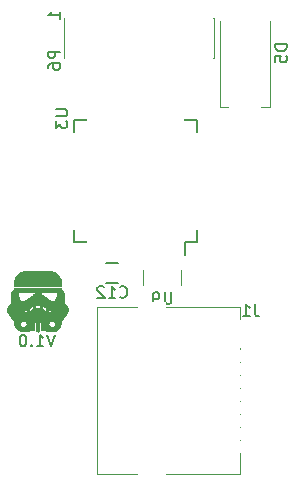
<source format=gbo>
G04 #@! TF.FileFunction,Legend,Bot*
%FSLAX46Y46*%
G04 Gerber Fmt 4.6, Leading zero omitted, Abs format (unit mm)*
G04 Created by KiCad (PCBNEW 4.0.4-stable) date 01/25/17 01:33:10*
%MOMM*%
%LPD*%
G01*
G04 APERTURE LIST*
%ADD10C,0.100000*%
%ADD11C,0.150000*%
%ADD12C,0.010000*%
%ADD13C,0.120000*%
%ADD14R,1.900000X1.650000*%
%ADD15R,1.140000X2.950000*%
%ADD16R,2.400000X1.100000*%
%ADD17R,2.400000X1.250000*%
%ADD18C,1.900000*%
%ADD19R,2.400000X1.600000*%
%ADD20R,0.700000X2.000000*%
%ADD21R,2.700000X3.900000*%
%ADD22R,0.650000X1.400000*%
%ADD23R,1.400000X0.650000*%
G04 APERTURE END LIST*
D10*
D11*
X113156809Y-69810381D02*
X112823476Y-70810381D01*
X112490142Y-69810381D01*
X111632999Y-70810381D02*
X112204428Y-70810381D01*
X111918714Y-70810381D02*
X111918714Y-69810381D01*
X112013952Y-69953238D01*
X112109190Y-70048476D01*
X112204428Y-70096095D01*
X111204428Y-70715143D02*
X111156809Y-70762762D01*
X111204428Y-70810381D01*
X111252047Y-70762762D01*
X111204428Y-70715143D01*
X111204428Y-70810381D01*
X110537762Y-69810381D02*
X110442523Y-69810381D01*
X110347285Y-69858000D01*
X110299666Y-69905619D01*
X110252047Y-70000857D01*
X110204428Y-70191333D01*
X110204428Y-70429429D01*
X110252047Y-70619905D01*
X110299666Y-70715143D01*
X110347285Y-70762762D01*
X110442523Y-70810381D01*
X110537762Y-70810381D01*
X110633000Y-70762762D01*
X110680619Y-70715143D01*
X110728238Y-70619905D01*
X110775857Y-70429429D01*
X110775857Y-70191333D01*
X110728238Y-70000857D01*
X110680619Y-69905619D01*
X110633000Y-69858000D01*
X110537762Y-69810381D01*
D12*
G36*
X109694980Y-65965041D02*
X109694981Y-66055182D01*
X109656880Y-66061436D01*
X109600436Y-66080242D01*
X109555238Y-66115620D01*
X109530290Y-66151361D01*
X109524927Y-66161722D01*
X109520447Y-66172180D01*
X109516757Y-66184589D01*
X109513767Y-66200799D01*
X109511384Y-66222664D01*
X109509515Y-66252033D01*
X109508070Y-66290760D01*
X109506955Y-66340697D01*
X109506078Y-66403694D01*
X109505349Y-66481605D01*
X109504674Y-66576280D01*
X109504022Y-66679728D01*
X109501023Y-67164517D01*
X109440161Y-67196956D01*
X109357834Y-67251717D01*
X109284719Y-67321861D01*
X109224075Y-67403450D01*
X109179163Y-67492542D01*
X109167040Y-67527086D01*
X109149207Y-67596112D01*
X109139901Y-67662743D01*
X109139795Y-67728668D01*
X109149561Y-67795579D01*
X109169871Y-67865165D01*
X109201399Y-67939117D01*
X109244817Y-68019125D01*
X109300797Y-68106878D01*
X109370011Y-68204069D01*
X109453134Y-68312385D01*
X109505670Y-68378115D01*
X109548770Y-68431967D01*
X109588237Y-68482318D01*
X109622002Y-68526444D01*
X109647997Y-68561624D01*
X109664152Y-68585134D01*
X109667804Y-68591475D01*
X109675114Y-68614649D01*
X109682865Y-68652306D01*
X109689992Y-68698665D01*
X109694215Y-68734940D01*
X109700472Y-68788357D01*
X109708264Y-68841568D01*
X109716400Y-68886912D01*
X109721080Y-68907660D01*
X109741112Y-68968362D01*
X109771022Y-69037727D01*
X109807358Y-69109079D01*
X109846674Y-69175740D01*
X109885519Y-69231032D01*
X109892631Y-69239784D01*
X109978703Y-69327235D01*
X110077587Y-69400783D01*
X110186964Y-69460087D01*
X110304515Y-69504805D01*
X110427919Y-69534596D01*
X110554857Y-69549119D01*
X110683009Y-69548033D01*
X110810056Y-69530995D01*
X110933677Y-69497665D01*
X111051554Y-69447701D01*
X111104680Y-69418152D01*
X111158020Y-69385966D01*
X111158077Y-69096013D01*
X111158466Y-69012877D01*
X111159545Y-68937630D01*
X111160324Y-68907660D01*
X110786829Y-68907660D01*
X110782495Y-68970224D01*
X110767867Y-69022289D01*
X110740500Y-69068344D01*
X110697953Y-69112878D01*
X110657074Y-69146124D01*
X110615929Y-69166773D01*
X110562856Y-69178482D01*
X110504373Y-69180837D01*
X110446997Y-69173422D01*
X110410169Y-69161858D01*
X110366757Y-69135955D01*
X110323345Y-69097023D01*
X110286110Y-69051391D01*
X110263881Y-69011948D01*
X110245666Y-68945040D01*
X110245831Y-68875871D01*
X110263443Y-68808501D01*
X110297567Y-68746988D01*
X110334098Y-68706537D01*
X110386273Y-68667407D01*
X110440373Y-68644955D01*
X110503316Y-68636538D01*
X110517940Y-68636306D01*
X110583551Y-68642172D01*
X110638900Y-68661531D01*
X110690906Y-68697027D01*
X110701783Y-68706537D01*
X110743135Y-68750106D01*
X110769405Y-68794931D01*
X110783122Y-68846992D01*
X110786829Y-68907660D01*
X111160324Y-68907660D01*
X111161230Y-68872836D01*
X111163440Y-68821059D01*
X111166092Y-68784862D01*
X111168628Y-68768275D01*
X111193473Y-68713887D01*
X111232842Y-68672339D01*
X111284102Y-68645577D01*
X111344624Y-68635544D01*
X111348130Y-68635517D01*
X111403238Y-68644233D01*
X111451815Y-68668473D01*
X111488987Y-68705372D01*
X111500603Y-68725149D01*
X111515696Y-68751626D01*
X111526275Y-68758291D01*
X111532338Y-68745144D01*
X111533940Y-68718695D01*
X111542931Y-68662215D01*
X111567628Y-68614403D01*
X111604620Y-68577077D01*
X111650496Y-68552053D01*
X111701844Y-68541149D01*
X111755254Y-68546179D01*
X111807313Y-68568962D01*
X111810802Y-68571258D01*
X111855368Y-68613125D01*
X111885023Y-68667056D01*
X111895744Y-68710776D01*
X111902322Y-68760364D01*
X111928074Y-68720648D01*
X111967829Y-68675802D01*
X112016329Y-68646926D01*
X112069786Y-68634646D01*
X112124415Y-68639590D01*
X112176428Y-68662386D01*
X112195324Y-68676366D01*
X112213995Y-68692958D01*
X112229002Y-68709569D01*
X112240746Y-68728550D01*
X112249627Y-68752251D01*
X112256047Y-68783021D01*
X112260407Y-68823211D01*
X112263106Y-68875170D01*
X112264547Y-68941248D01*
X112265130Y-69023795D01*
X112265237Y-69086188D01*
X112265460Y-69386636D01*
X112339120Y-69428196D01*
X112463616Y-69486904D01*
X112595141Y-69526837D01*
X112732400Y-69547753D01*
X112874095Y-69549414D01*
X112953804Y-69541987D01*
X113087436Y-69515315D01*
X113212773Y-69471671D01*
X113328232Y-69412074D01*
X113432233Y-69337545D01*
X113523195Y-69249105D01*
X113599537Y-69147775D01*
X113621716Y-69110860D01*
X113658508Y-69033850D01*
X113690489Y-68944083D01*
X113691365Y-68940777D01*
X113177798Y-68940777D01*
X113170637Y-68987466D01*
X113169728Y-68990475D01*
X113139151Y-69056009D01*
X113094539Y-69109240D01*
X113038948Y-69148853D01*
X112975434Y-69173535D01*
X112907053Y-69181973D01*
X112836862Y-69172852D01*
X112787302Y-69154855D01*
X112733884Y-69119357D01*
X112688466Y-69069263D01*
X112654310Y-69009736D01*
X112634675Y-68945940D01*
X112631220Y-68907660D01*
X112639527Y-68848643D01*
X112662228Y-68788161D01*
X112695995Y-68734688D01*
X112701911Y-68727679D01*
X112755387Y-68680867D01*
X112816402Y-68650607D01*
X112881678Y-68636470D01*
X112947940Y-68638030D01*
X113011913Y-68654859D01*
X113070319Y-68686531D01*
X113119884Y-68732617D01*
X113154541Y-68786721D01*
X113169064Y-68831201D01*
X113177045Y-68885621D01*
X113177798Y-68940777D01*
X113691365Y-68940777D01*
X113715767Y-68848721D01*
X113732452Y-68754924D01*
X113738656Y-68669854D01*
X113738661Y-68667760D01*
X113740190Y-68644937D01*
X113745744Y-68621920D01*
X113756769Y-68596379D01*
X113774711Y-68565984D01*
X113801017Y-68528405D01*
X113837133Y-68481312D01*
X113884507Y-68422375D01*
X113911418Y-68389500D01*
X114006286Y-68270762D01*
X114086063Y-68163522D01*
X114151451Y-68066486D01*
X114203149Y-67978360D01*
X114241858Y-67897851D01*
X114257067Y-67855143D01*
X112997664Y-67855143D01*
X112995792Y-67868052D01*
X112986415Y-67881988D01*
X112977900Y-67887623D01*
X112961307Y-67891689D01*
X112933895Y-67894406D01*
X112892926Y-67895994D01*
X112835659Y-67896672D01*
X112802696Y-67896740D01*
X112631220Y-67896740D01*
X112631220Y-67805300D01*
X112632003Y-67765138D01*
X112634098Y-67734131D01*
X112637130Y-67716761D01*
X112638840Y-67714587D01*
X112650500Y-67717897D01*
X112678194Y-67726641D01*
X112718695Y-67739773D01*
X112768779Y-67756250D01*
X112819180Y-67773007D01*
X112886265Y-67795912D01*
X112935753Y-67814339D01*
X112969547Y-67829527D01*
X112989550Y-67842715D01*
X112997664Y-67855143D01*
X114257067Y-67855143D01*
X114268277Y-67823667D01*
X114283107Y-67754515D01*
X114286311Y-67707496D01*
X112448340Y-67707496D01*
X112448340Y-67836052D01*
X112415320Y-67821718D01*
X112394958Y-67812451D01*
X112360284Y-67796219D01*
X112315277Y-67774904D01*
X112263919Y-67750386D01*
X112232440Y-67735272D01*
X112082580Y-67663161D01*
X112082580Y-67505630D01*
X112082978Y-67442646D01*
X112084297Y-67397684D01*
X112086723Y-67368462D01*
X112090445Y-67352696D01*
X112095493Y-67348100D01*
X112115320Y-67354070D01*
X112148367Y-67370783D01*
X112191867Y-67396444D01*
X112243049Y-67429257D01*
X112299144Y-67467428D01*
X112357384Y-67509159D01*
X112414999Y-67552656D01*
X112434119Y-67567660D01*
X112440430Y-67577882D01*
X112444696Y-67598680D01*
X112447209Y-67632929D01*
X112448262Y-67683507D01*
X112448340Y-67707496D01*
X114286311Y-67707496D01*
X114287124Y-67695579D01*
X114281194Y-67627464D01*
X114265354Y-67552255D01*
X114241844Y-67479147D01*
X114224708Y-67439540D01*
X114190878Y-67384364D01*
X114143633Y-67326376D01*
X114104803Y-67287527D01*
X111899700Y-67287527D01*
X111899700Y-67602340D01*
X111856520Y-67594600D01*
X111826646Y-67591112D01*
X111783927Y-67588441D01*
X111735835Y-67586999D01*
X111716820Y-67586860D01*
X111668670Y-67587695D01*
X111622912Y-67589926D01*
X111587018Y-67593137D01*
X111577120Y-67594600D01*
X111533940Y-67602340D01*
X111533940Y-67508120D01*
X111340406Y-67508120D01*
X111339912Y-67668140D01*
X111165146Y-67751934D01*
X111110241Y-67778077D01*
X111061601Y-67800892D01*
X111022191Y-67819016D01*
X110994977Y-67831087D01*
X110982924Y-67835740D01*
X110982760Y-67835754D01*
X110979869Y-67826247D01*
X110977844Y-67804212D01*
X110792260Y-67804212D01*
X110792260Y-67896740D01*
X110620785Y-67896740D01*
X110555003Y-67896409D01*
X110506793Y-67895272D01*
X110473416Y-67893108D01*
X110452130Y-67889697D01*
X110440197Y-67884819D01*
X110437065Y-67881987D01*
X110429839Y-67860912D01*
X110431389Y-67846544D01*
X110437804Y-67837381D01*
X110452912Y-67827431D01*
X110479189Y-67815639D01*
X110519110Y-67800946D01*
X110575153Y-67782297D01*
X110602408Y-67773566D01*
X110657567Y-67755986D01*
X110706390Y-67740344D01*
X110745397Y-67727762D01*
X110771109Y-67719360D01*
X110779560Y-67716483D01*
X110785871Y-67719323D01*
X110789838Y-67735304D01*
X110791834Y-67766992D01*
X110792260Y-67804212D01*
X110977844Y-67804212D01*
X110977482Y-67800275D01*
X110975830Y-67761689D01*
X110975147Y-67714342D01*
X110975140Y-67709217D01*
X110975140Y-67582655D01*
X111043720Y-67527947D01*
X111082281Y-67497895D01*
X111121492Y-67468487D01*
X111153804Y-67445367D01*
X111158020Y-67442500D01*
X111184558Y-67425903D01*
X111218723Y-67406210D01*
X111255650Y-67386010D01*
X111290472Y-67367891D01*
X111318323Y-67354440D01*
X111334339Y-67348245D01*
X111335531Y-67348100D01*
X111337328Y-67357688D01*
X111338806Y-67384168D01*
X111339861Y-67424112D01*
X111340388Y-67474094D01*
X111340406Y-67508120D01*
X111533940Y-67508120D01*
X111533940Y-67444421D01*
X111534154Y-67383956D01*
X111535015Y-67340748D01*
X111536852Y-67311738D01*
X111539994Y-67293864D01*
X111544771Y-67284067D01*
X111551513Y-67279287D01*
X111551720Y-67279201D01*
X111569617Y-67276131D01*
X111603082Y-67273927D01*
X111647382Y-67272582D01*
X111697786Y-67272086D01*
X111749560Y-67272433D01*
X111797971Y-67273616D01*
X111838287Y-67275626D01*
X111865775Y-67278456D01*
X111871760Y-67279713D01*
X111899700Y-67287527D01*
X114104803Y-67287527D01*
X114088180Y-67270896D01*
X114029724Y-67223243D01*
X113985161Y-67194802D01*
X113921782Y-67160140D01*
X113921604Y-66692780D01*
X113921289Y-66560560D01*
X113920453Y-66447798D01*
X113919099Y-66354648D01*
X113917232Y-66281264D01*
X113915426Y-66240660D01*
X113365849Y-66240660D01*
X113359383Y-66354960D01*
X113348390Y-66466409D01*
X113328875Y-66572162D01*
X113301767Y-66669956D01*
X113267992Y-66757531D01*
X113228477Y-66832625D01*
X113184149Y-66892977D01*
X113135937Y-66936325D01*
X113116111Y-66948222D01*
X113055985Y-66968427D01*
X112985226Y-66973283D01*
X112906503Y-66962804D01*
X112849660Y-66946883D01*
X112773500Y-66915629D01*
X112686056Y-66869808D01*
X112588923Y-66810569D01*
X112483696Y-66739062D01*
X112371971Y-66656437D01*
X112255343Y-66563845D01*
X112135407Y-66462435D01*
X112013758Y-66353356D01*
X111970820Y-66313344D01*
X111894620Y-66241622D01*
X112630235Y-66241141D01*
X113365849Y-66240660D01*
X111527323Y-66240660D01*
X111502692Y-66267438D01*
X111467868Y-66302773D01*
X111419870Y-66347856D01*
X111361699Y-66400139D01*
X111296357Y-66457073D01*
X111226847Y-66516111D01*
X111156170Y-66574704D01*
X111087329Y-66630302D01*
X111023326Y-66680359D01*
X110967162Y-66722325D01*
X110964980Y-66723901D01*
X110843125Y-66807201D01*
X110732002Y-66873545D01*
X110631296Y-66923028D01*
X110540694Y-66955750D01*
X110459880Y-66971808D01*
X110388539Y-66971299D01*
X110326358Y-66954321D01*
X110289471Y-66933646D01*
X110236511Y-66885332D01*
X110189137Y-66819189D01*
X110148073Y-66737119D01*
X110114042Y-66641024D01*
X110087769Y-66532804D01*
X110069977Y-66414361D01*
X110063761Y-66340631D01*
X110057671Y-66240660D01*
X111527323Y-66240660D01*
X113365849Y-66240660D01*
X113915426Y-66240660D01*
X113914854Y-66227801D01*
X113911969Y-66194414D01*
X113910200Y-66184780D01*
X113889590Y-66141693D01*
X113855743Y-66103192D01*
X113814551Y-66074783D01*
X113779922Y-66062964D01*
X113738660Y-66055993D01*
X113738660Y-65874900D01*
X109694980Y-65874900D01*
X109694980Y-65965041D01*
X109694980Y-65965041D01*
G37*
X109694980Y-65965041D02*
X109694981Y-66055182D01*
X109656880Y-66061436D01*
X109600436Y-66080242D01*
X109555238Y-66115620D01*
X109530290Y-66151361D01*
X109524927Y-66161722D01*
X109520447Y-66172180D01*
X109516757Y-66184589D01*
X109513767Y-66200799D01*
X109511384Y-66222664D01*
X109509515Y-66252033D01*
X109508070Y-66290760D01*
X109506955Y-66340697D01*
X109506078Y-66403694D01*
X109505349Y-66481605D01*
X109504674Y-66576280D01*
X109504022Y-66679728D01*
X109501023Y-67164517D01*
X109440161Y-67196956D01*
X109357834Y-67251717D01*
X109284719Y-67321861D01*
X109224075Y-67403450D01*
X109179163Y-67492542D01*
X109167040Y-67527086D01*
X109149207Y-67596112D01*
X109139901Y-67662743D01*
X109139795Y-67728668D01*
X109149561Y-67795579D01*
X109169871Y-67865165D01*
X109201399Y-67939117D01*
X109244817Y-68019125D01*
X109300797Y-68106878D01*
X109370011Y-68204069D01*
X109453134Y-68312385D01*
X109505670Y-68378115D01*
X109548770Y-68431967D01*
X109588237Y-68482318D01*
X109622002Y-68526444D01*
X109647997Y-68561624D01*
X109664152Y-68585134D01*
X109667804Y-68591475D01*
X109675114Y-68614649D01*
X109682865Y-68652306D01*
X109689992Y-68698665D01*
X109694215Y-68734940D01*
X109700472Y-68788357D01*
X109708264Y-68841568D01*
X109716400Y-68886912D01*
X109721080Y-68907660D01*
X109741112Y-68968362D01*
X109771022Y-69037727D01*
X109807358Y-69109079D01*
X109846674Y-69175740D01*
X109885519Y-69231032D01*
X109892631Y-69239784D01*
X109978703Y-69327235D01*
X110077587Y-69400783D01*
X110186964Y-69460087D01*
X110304515Y-69504805D01*
X110427919Y-69534596D01*
X110554857Y-69549119D01*
X110683009Y-69548033D01*
X110810056Y-69530995D01*
X110933677Y-69497665D01*
X111051554Y-69447701D01*
X111104680Y-69418152D01*
X111158020Y-69385966D01*
X111158077Y-69096013D01*
X111158466Y-69012877D01*
X111159545Y-68937630D01*
X111160324Y-68907660D01*
X110786829Y-68907660D01*
X110782495Y-68970224D01*
X110767867Y-69022289D01*
X110740500Y-69068344D01*
X110697953Y-69112878D01*
X110657074Y-69146124D01*
X110615929Y-69166773D01*
X110562856Y-69178482D01*
X110504373Y-69180837D01*
X110446997Y-69173422D01*
X110410169Y-69161858D01*
X110366757Y-69135955D01*
X110323345Y-69097023D01*
X110286110Y-69051391D01*
X110263881Y-69011948D01*
X110245666Y-68945040D01*
X110245831Y-68875871D01*
X110263443Y-68808501D01*
X110297567Y-68746988D01*
X110334098Y-68706537D01*
X110386273Y-68667407D01*
X110440373Y-68644955D01*
X110503316Y-68636538D01*
X110517940Y-68636306D01*
X110583551Y-68642172D01*
X110638900Y-68661531D01*
X110690906Y-68697027D01*
X110701783Y-68706537D01*
X110743135Y-68750106D01*
X110769405Y-68794931D01*
X110783122Y-68846992D01*
X110786829Y-68907660D01*
X111160324Y-68907660D01*
X111161230Y-68872836D01*
X111163440Y-68821059D01*
X111166092Y-68784862D01*
X111168628Y-68768275D01*
X111193473Y-68713887D01*
X111232842Y-68672339D01*
X111284102Y-68645577D01*
X111344624Y-68635544D01*
X111348130Y-68635517D01*
X111403238Y-68644233D01*
X111451815Y-68668473D01*
X111488987Y-68705372D01*
X111500603Y-68725149D01*
X111515696Y-68751626D01*
X111526275Y-68758291D01*
X111532338Y-68745144D01*
X111533940Y-68718695D01*
X111542931Y-68662215D01*
X111567628Y-68614403D01*
X111604620Y-68577077D01*
X111650496Y-68552053D01*
X111701844Y-68541149D01*
X111755254Y-68546179D01*
X111807313Y-68568962D01*
X111810802Y-68571258D01*
X111855368Y-68613125D01*
X111885023Y-68667056D01*
X111895744Y-68710776D01*
X111902322Y-68760364D01*
X111928074Y-68720648D01*
X111967829Y-68675802D01*
X112016329Y-68646926D01*
X112069786Y-68634646D01*
X112124415Y-68639590D01*
X112176428Y-68662386D01*
X112195324Y-68676366D01*
X112213995Y-68692958D01*
X112229002Y-68709569D01*
X112240746Y-68728550D01*
X112249627Y-68752251D01*
X112256047Y-68783021D01*
X112260407Y-68823211D01*
X112263106Y-68875170D01*
X112264547Y-68941248D01*
X112265130Y-69023795D01*
X112265237Y-69086188D01*
X112265460Y-69386636D01*
X112339120Y-69428196D01*
X112463616Y-69486904D01*
X112595141Y-69526837D01*
X112732400Y-69547753D01*
X112874095Y-69549414D01*
X112953804Y-69541987D01*
X113087436Y-69515315D01*
X113212773Y-69471671D01*
X113328232Y-69412074D01*
X113432233Y-69337545D01*
X113523195Y-69249105D01*
X113599537Y-69147775D01*
X113621716Y-69110860D01*
X113658508Y-69033850D01*
X113690489Y-68944083D01*
X113691365Y-68940777D01*
X113177798Y-68940777D01*
X113170637Y-68987466D01*
X113169728Y-68990475D01*
X113139151Y-69056009D01*
X113094539Y-69109240D01*
X113038948Y-69148853D01*
X112975434Y-69173535D01*
X112907053Y-69181973D01*
X112836862Y-69172852D01*
X112787302Y-69154855D01*
X112733884Y-69119357D01*
X112688466Y-69069263D01*
X112654310Y-69009736D01*
X112634675Y-68945940D01*
X112631220Y-68907660D01*
X112639527Y-68848643D01*
X112662228Y-68788161D01*
X112695995Y-68734688D01*
X112701911Y-68727679D01*
X112755387Y-68680867D01*
X112816402Y-68650607D01*
X112881678Y-68636470D01*
X112947940Y-68638030D01*
X113011913Y-68654859D01*
X113070319Y-68686531D01*
X113119884Y-68732617D01*
X113154541Y-68786721D01*
X113169064Y-68831201D01*
X113177045Y-68885621D01*
X113177798Y-68940777D01*
X113691365Y-68940777D01*
X113715767Y-68848721D01*
X113732452Y-68754924D01*
X113738656Y-68669854D01*
X113738661Y-68667760D01*
X113740190Y-68644937D01*
X113745744Y-68621920D01*
X113756769Y-68596379D01*
X113774711Y-68565984D01*
X113801017Y-68528405D01*
X113837133Y-68481312D01*
X113884507Y-68422375D01*
X113911418Y-68389500D01*
X114006286Y-68270762D01*
X114086063Y-68163522D01*
X114151451Y-68066486D01*
X114203149Y-67978360D01*
X114241858Y-67897851D01*
X114257067Y-67855143D01*
X112997664Y-67855143D01*
X112995792Y-67868052D01*
X112986415Y-67881988D01*
X112977900Y-67887623D01*
X112961307Y-67891689D01*
X112933895Y-67894406D01*
X112892926Y-67895994D01*
X112835659Y-67896672D01*
X112802696Y-67896740D01*
X112631220Y-67896740D01*
X112631220Y-67805300D01*
X112632003Y-67765138D01*
X112634098Y-67734131D01*
X112637130Y-67716761D01*
X112638840Y-67714587D01*
X112650500Y-67717897D01*
X112678194Y-67726641D01*
X112718695Y-67739773D01*
X112768779Y-67756250D01*
X112819180Y-67773007D01*
X112886265Y-67795912D01*
X112935753Y-67814339D01*
X112969547Y-67829527D01*
X112989550Y-67842715D01*
X112997664Y-67855143D01*
X114257067Y-67855143D01*
X114268277Y-67823667D01*
X114283107Y-67754515D01*
X114286311Y-67707496D01*
X112448340Y-67707496D01*
X112448340Y-67836052D01*
X112415320Y-67821718D01*
X112394958Y-67812451D01*
X112360284Y-67796219D01*
X112315277Y-67774904D01*
X112263919Y-67750386D01*
X112232440Y-67735272D01*
X112082580Y-67663161D01*
X112082580Y-67505630D01*
X112082978Y-67442646D01*
X112084297Y-67397684D01*
X112086723Y-67368462D01*
X112090445Y-67352696D01*
X112095493Y-67348100D01*
X112115320Y-67354070D01*
X112148367Y-67370783D01*
X112191867Y-67396444D01*
X112243049Y-67429257D01*
X112299144Y-67467428D01*
X112357384Y-67509159D01*
X112414999Y-67552656D01*
X112434119Y-67567660D01*
X112440430Y-67577882D01*
X112444696Y-67598680D01*
X112447209Y-67632929D01*
X112448262Y-67683507D01*
X112448340Y-67707496D01*
X114286311Y-67707496D01*
X114287124Y-67695579D01*
X114281194Y-67627464D01*
X114265354Y-67552255D01*
X114241844Y-67479147D01*
X114224708Y-67439540D01*
X114190878Y-67384364D01*
X114143633Y-67326376D01*
X114104803Y-67287527D01*
X111899700Y-67287527D01*
X111899700Y-67602340D01*
X111856520Y-67594600D01*
X111826646Y-67591112D01*
X111783927Y-67588441D01*
X111735835Y-67586999D01*
X111716820Y-67586860D01*
X111668670Y-67587695D01*
X111622912Y-67589926D01*
X111587018Y-67593137D01*
X111577120Y-67594600D01*
X111533940Y-67602340D01*
X111533940Y-67508120D01*
X111340406Y-67508120D01*
X111339912Y-67668140D01*
X111165146Y-67751934D01*
X111110241Y-67778077D01*
X111061601Y-67800892D01*
X111022191Y-67819016D01*
X110994977Y-67831087D01*
X110982924Y-67835740D01*
X110982760Y-67835754D01*
X110979869Y-67826247D01*
X110977844Y-67804212D01*
X110792260Y-67804212D01*
X110792260Y-67896740D01*
X110620785Y-67896740D01*
X110555003Y-67896409D01*
X110506793Y-67895272D01*
X110473416Y-67893108D01*
X110452130Y-67889697D01*
X110440197Y-67884819D01*
X110437065Y-67881987D01*
X110429839Y-67860912D01*
X110431389Y-67846544D01*
X110437804Y-67837381D01*
X110452912Y-67827431D01*
X110479189Y-67815639D01*
X110519110Y-67800946D01*
X110575153Y-67782297D01*
X110602408Y-67773566D01*
X110657567Y-67755986D01*
X110706390Y-67740344D01*
X110745397Y-67727762D01*
X110771109Y-67719360D01*
X110779560Y-67716483D01*
X110785871Y-67719323D01*
X110789838Y-67735304D01*
X110791834Y-67766992D01*
X110792260Y-67804212D01*
X110977844Y-67804212D01*
X110977482Y-67800275D01*
X110975830Y-67761689D01*
X110975147Y-67714342D01*
X110975140Y-67709217D01*
X110975140Y-67582655D01*
X111043720Y-67527947D01*
X111082281Y-67497895D01*
X111121492Y-67468487D01*
X111153804Y-67445367D01*
X111158020Y-67442500D01*
X111184558Y-67425903D01*
X111218723Y-67406210D01*
X111255650Y-67386010D01*
X111290472Y-67367891D01*
X111318323Y-67354440D01*
X111334339Y-67348245D01*
X111335531Y-67348100D01*
X111337328Y-67357688D01*
X111338806Y-67384168D01*
X111339861Y-67424112D01*
X111340388Y-67474094D01*
X111340406Y-67508120D01*
X111533940Y-67508120D01*
X111533940Y-67444421D01*
X111534154Y-67383956D01*
X111535015Y-67340748D01*
X111536852Y-67311738D01*
X111539994Y-67293864D01*
X111544771Y-67284067D01*
X111551513Y-67279287D01*
X111551720Y-67279201D01*
X111569617Y-67276131D01*
X111603082Y-67273927D01*
X111647382Y-67272582D01*
X111697786Y-67272086D01*
X111749560Y-67272433D01*
X111797971Y-67273616D01*
X111838287Y-67275626D01*
X111865775Y-67278456D01*
X111871760Y-67279713D01*
X111899700Y-67287527D01*
X114104803Y-67287527D01*
X114088180Y-67270896D01*
X114029724Y-67223243D01*
X113985161Y-67194802D01*
X113921782Y-67160140D01*
X113921604Y-66692780D01*
X113921289Y-66560560D01*
X113920453Y-66447798D01*
X113919099Y-66354648D01*
X113917232Y-66281264D01*
X113915426Y-66240660D01*
X113365849Y-66240660D01*
X113359383Y-66354960D01*
X113348390Y-66466409D01*
X113328875Y-66572162D01*
X113301767Y-66669956D01*
X113267992Y-66757531D01*
X113228477Y-66832625D01*
X113184149Y-66892977D01*
X113135937Y-66936325D01*
X113116111Y-66948222D01*
X113055985Y-66968427D01*
X112985226Y-66973283D01*
X112906503Y-66962804D01*
X112849660Y-66946883D01*
X112773500Y-66915629D01*
X112686056Y-66869808D01*
X112588923Y-66810569D01*
X112483696Y-66739062D01*
X112371971Y-66656437D01*
X112255343Y-66563845D01*
X112135407Y-66462435D01*
X112013758Y-66353356D01*
X111970820Y-66313344D01*
X111894620Y-66241622D01*
X112630235Y-66241141D01*
X113365849Y-66240660D01*
X111527323Y-66240660D01*
X111502692Y-66267438D01*
X111467868Y-66302773D01*
X111419870Y-66347856D01*
X111361699Y-66400139D01*
X111296357Y-66457073D01*
X111226847Y-66516111D01*
X111156170Y-66574704D01*
X111087329Y-66630302D01*
X111023326Y-66680359D01*
X110967162Y-66722325D01*
X110964980Y-66723901D01*
X110843125Y-66807201D01*
X110732002Y-66873545D01*
X110631296Y-66923028D01*
X110540694Y-66955750D01*
X110459880Y-66971808D01*
X110388539Y-66971299D01*
X110326358Y-66954321D01*
X110289471Y-66933646D01*
X110236511Y-66885332D01*
X110189137Y-66819189D01*
X110148073Y-66737119D01*
X110114042Y-66641024D01*
X110087769Y-66532804D01*
X110069977Y-66414361D01*
X110063761Y-66340631D01*
X110057671Y-66240660D01*
X111527323Y-66240660D01*
X113365849Y-66240660D01*
X113915426Y-66240660D01*
X113914854Y-66227801D01*
X113911969Y-66194414D01*
X113910200Y-66184780D01*
X113889590Y-66141693D01*
X113855743Y-66103192D01*
X113814551Y-66074783D01*
X113779922Y-66062964D01*
X113738660Y-66055993D01*
X113738660Y-65874900D01*
X109694980Y-65874900D01*
X109694980Y-65965041D01*
G36*
X111664145Y-68648145D02*
X111651058Y-68658479D01*
X111625380Y-68682602D01*
X111625380Y-69500213D01*
X111656640Y-69526516D01*
X111691665Y-69547839D01*
X111726239Y-69550089D01*
X111758598Y-69537583D01*
X111770923Y-69530172D01*
X111781050Y-69521324D01*
X111789178Y-69509123D01*
X111795504Y-69491655D01*
X111800227Y-69467003D01*
X111803543Y-69433251D01*
X111805650Y-69388485D01*
X111806747Y-69330788D01*
X111807031Y-69258246D01*
X111806699Y-69168942D01*
X111806076Y-69077638D01*
X111803180Y-68689661D01*
X111775518Y-68662008D01*
X111740217Y-68639153D01*
X111701443Y-68634485D01*
X111664145Y-68648145D01*
X111664145Y-68648145D01*
G37*
X111664145Y-68648145D02*
X111651058Y-68658479D01*
X111625380Y-68682602D01*
X111625380Y-69500213D01*
X111656640Y-69526516D01*
X111691665Y-69547839D01*
X111726239Y-69550089D01*
X111758598Y-69537583D01*
X111770923Y-69530172D01*
X111781050Y-69521324D01*
X111789178Y-69509123D01*
X111795504Y-69491655D01*
X111800227Y-69467003D01*
X111803543Y-69433251D01*
X111805650Y-69388485D01*
X111806747Y-69330788D01*
X111807031Y-69258246D01*
X111806699Y-69168942D01*
X111806076Y-69077638D01*
X111803180Y-68689661D01*
X111775518Y-68662008D01*
X111740217Y-68639153D01*
X111701443Y-68634485D01*
X111664145Y-68648145D01*
G36*
X112039623Y-68736908D02*
X112010474Y-68757303D01*
X112002118Y-68768971D01*
X111998507Y-68786432D01*
X111995593Y-68823697D01*
X111993396Y-68880261D01*
X111991930Y-68955621D01*
X111991214Y-69049271D01*
X111991140Y-69095733D01*
X111991140Y-69401983D01*
X112020839Y-69431681D01*
X112054596Y-69455525D01*
X112090103Y-69459589D01*
X112123020Y-69448329D01*
X112136965Y-69440335D01*
X112148094Y-69430514D01*
X112156726Y-69416645D01*
X112163176Y-69396504D01*
X112167765Y-69367870D01*
X112170808Y-69328521D01*
X112172624Y-69276235D01*
X112173530Y-69208789D01*
X112173843Y-69123962D01*
X112173871Y-69092575D01*
X112173758Y-69000285D01*
X112173072Y-68926156D01*
X112171446Y-68868029D01*
X112168513Y-68823748D01*
X112163907Y-68791153D01*
X112157261Y-68768087D01*
X112148209Y-68752392D01*
X112136385Y-68741909D01*
X112121421Y-68734481D01*
X112112502Y-68731187D01*
X112076318Y-68727283D01*
X112039623Y-68736908D01*
X112039623Y-68736908D01*
G37*
X112039623Y-68736908D02*
X112010474Y-68757303D01*
X112002118Y-68768971D01*
X111998507Y-68786432D01*
X111995593Y-68823697D01*
X111993396Y-68880261D01*
X111991930Y-68955621D01*
X111991214Y-69049271D01*
X111991140Y-69095733D01*
X111991140Y-69401983D01*
X112020839Y-69431681D01*
X112054596Y-69455525D01*
X112090103Y-69459589D01*
X112123020Y-69448329D01*
X112136965Y-69440335D01*
X112148094Y-69430514D01*
X112156726Y-69416645D01*
X112163176Y-69396504D01*
X112167765Y-69367870D01*
X112170808Y-69328521D01*
X112172624Y-69276235D01*
X112173530Y-69208789D01*
X112173843Y-69123962D01*
X112173871Y-69092575D01*
X112173758Y-69000285D01*
X112173072Y-68926156D01*
X112171446Y-68868029D01*
X112168513Y-68823748D01*
X112163907Y-68791153D01*
X112157261Y-68768087D01*
X112148209Y-68752392D01*
X112136385Y-68741909D01*
X112121421Y-68734481D01*
X112112502Y-68731187D01*
X112076318Y-68727283D01*
X112039623Y-68736908D01*
G36*
X111296355Y-68742191D02*
X111281187Y-68754459D01*
X111254540Y-68781090D01*
X111251352Y-69067895D01*
X111250528Y-69162512D01*
X111250559Y-69238956D01*
X111251721Y-69299367D01*
X111254291Y-69345883D01*
X111258545Y-69380642D01*
X111264759Y-69405785D01*
X111273208Y-69423450D01*
X111284168Y-69435776D01*
X111297916Y-69444902D01*
X111300146Y-69446080D01*
X111336943Y-69459543D01*
X111368252Y-69456153D01*
X111400986Y-69435156D01*
X111401081Y-69435076D01*
X111432340Y-69408773D01*
X111432340Y-68774042D01*
X111407744Y-68750935D01*
X111373077Y-68731037D01*
X111333864Y-68728180D01*
X111296355Y-68742191D01*
X111296355Y-68742191D01*
G37*
X111296355Y-68742191D02*
X111281187Y-68754459D01*
X111254540Y-68781090D01*
X111251352Y-69067895D01*
X111250528Y-69162512D01*
X111250559Y-69238956D01*
X111251721Y-69299367D01*
X111254291Y-69345883D01*
X111258545Y-69380642D01*
X111264759Y-69405785D01*
X111273208Y-69423450D01*
X111284168Y-69435776D01*
X111297916Y-69444902D01*
X111300146Y-69446080D01*
X111336943Y-69459543D01*
X111368252Y-69456153D01*
X111400986Y-69435156D01*
X111401081Y-69435076D01*
X111432340Y-69408773D01*
X111432340Y-68774042D01*
X111407744Y-68750935D01*
X111373077Y-68731037D01*
X111333864Y-68728180D01*
X111296355Y-68742191D01*
G36*
X111618609Y-64401538D02*
X111489803Y-64401804D01*
X111364105Y-64402244D01*
X111243319Y-64402857D01*
X111129246Y-64403643D01*
X111023688Y-64404601D01*
X110928447Y-64405729D01*
X110845326Y-64407029D01*
X110776127Y-64408498D01*
X110722652Y-64410136D01*
X110686703Y-64411943D01*
X110675420Y-64412962D01*
X110526970Y-64441147D01*
X110385669Y-64488147D01*
X110252701Y-64553374D01*
X110129248Y-64636242D01*
X110016492Y-64736165D01*
X110009120Y-64743690D01*
X109914046Y-64851983D01*
X109837351Y-64962968D01*
X109778119Y-65078973D01*
X109735430Y-65202330D01*
X109708367Y-65335367D01*
X109696011Y-65480414D01*
X109694980Y-65540742D01*
X109694980Y-65692020D01*
X113738660Y-65692020D01*
X113738660Y-65590019D01*
X113732007Y-65433513D01*
X113711502Y-65290237D01*
X113676331Y-65157836D01*
X113625678Y-65033951D01*
X113558726Y-64916226D01*
X113474660Y-64802303D01*
X113459968Y-64784742D01*
X113371596Y-64695031D01*
X113267668Y-64614006D01*
X113151772Y-64543556D01*
X113027501Y-64485565D01*
X112898445Y-64441922D01*
X112768195Y-64414511D01*
X112750790Y-64412167D01*
X112725246Y-64410291D01*
X112681184Y-64408598D01*
X112620408Y-64407086D01*
X112544719Y-64405756D01*
X112455920Y-64404605D01*
X112355812Y-64403634D01*
X112246198Y-64402842D01*
X112128880Y-64402228D01*
X112005659Y-64401791D01*
X111878340Y-64401531D01*
X111748722Y-64401447D01*
X111618609Y-64401538D01*
X111618609Y-64401538D01*
G37*
X111618609Y-64401538D02*
X111489803Y-64401804D01*
X111364105Y-64402244D01*
X111243319Y-64402857D01*
X111129246Y-64403643D01*
X111023688Y-64404601D01*
X110928447Y-64405729D01*
X110845326Y-64407029D01*
X110776127Y-64408498D01*
X110722652Y-64410136D01*
X110686703Y-64411943D01*
X110675420Y-64412962D01*
X110526970Y-64441147D01*
X110385669Y-64488147D01*
X110252701Y-64553374D01*
X110129248Y-64636242D01*
X110016492Y-64736165D01*
X110009120Y-64743690D01*
X109914046Y-64851983D01*
X109837351Y-64962968D01*
X109778119Y-65078973D01*
X109735430Y-65202330D01*
X109708367Y-65335367D01*
X109696011Y-65480414D01*
X109694980Y-65540742D01*
X109694980Y-65692020D01*
X113738660Y-65692020D01*
X113738660Y-65590019D01*
X113732007Y-65433513D01*
X113711502Y-65290237D01*
X113676331Y-65157836D01*
X113625678Y-65033951D01*
X113558726Y-64916226D01*
X113474660Y-64802303D01*
X113459968Y-64784742D01*
X113371596Y-64695031D01*
X113267668Y-64614006D01*
X113151772Y-64543556D01*
X113027501Y-64485565D01*
X112898445Y-64441922D01*
X112768195Y-64414511D01*
X112750790Y-64412167D01*
X112725246Y-64410291D01*
X112681184Y-64408598D01*
X112620408Y-64407086D01*
X112544719Y-64405756D01*
X112455920Y-64404605D01*
X112355812Y-64403634D01*
X112246198Y-64402842D01*
X112128880Y-64402228D01*
X112005659Y-64401791D01*
X111878340Y-64401531D01*
X111748722Y-64401447D01*
X111618609Y-64401538D01*
D11*
X118546500Y-65429500D02*
X117546500Y-65429500D01*
X117546500Y-63729500D02*
X118546500Y-63729500D01*
D10*
X126650000Y-46404000D02*
X126550000Y-46404000D01*
X126650000Y-43004000D02*
X126650000Y-46404000D01*
X126650000Y-43004000D02*
X126550000Y-43004000D01*
X113950000Y-43004000D02*
X114050000Y-43004000D01*
X113950000Y-43004000D02*
X113950000Y-46404000D01*
X113950000Y-46404000D02*
X114050000Y-46404000D01*
X128838000Y-81599000D02*
X128838000Y-67499000D01*
X128838000Y-67499000D02*
X116738000Y-67499000D01*
X116738000Y-67499000D02*
X116738000Y-81599000D01*
X116738000Y-81599000D02*
X128838000Y-81599000D01*
X123837500Y-65610500D02*
X123837500Y-64310500D01*
X120637500Y-64310500D02*
X120637500Y-65610500D01*
D13*
X131436000Y-50574000D02*
X127136000Y-50574000D01*
X127136000Y-50574000D02*
X127136000Y-43274000D01*
X131436000Y-50574000D02*
X131436000Y-43274000D01*
D11*
X125190000Y-62007500D02*
X124190000Y-62007500D01*
X125190000Y-51657500D02*
X124115000Y-51657500D01*
X114840000Y-51657500D02*
X115915000Y-51657500D01*
X114840000Y-62007500D02*
X115915000Y-62007500D01*
X125190000Y-62007500D02*
X125190000Y-60932500D01*
X114840000Y-62007500D02*
X114840000Y-60932500D01*
X114840000Y-51657500D02*
X114840000Y-52732500D01*
X125190000Y-51657500D02*
X125190000Y-52732500D01*
X124190000Y-62007500D02*
X124190000Y-63032500D01*
X118686817Y-66615583D02*
X118734436Y-66663202D01*
X118877293Y-66710821D01*
X118972531Y-66710821D01*
X119115389Y-66663202D01*
X119210627Y-66567964D01*
X119258246Y-66472726D01*
X119305865Y-66282250D01*
X119305865Y-66139392D01*
X119258246Y-65948916D01*
X119210627Y-65853678D01*
X119115389Y-65758440D01*
X118972531Y-65710821D01*
X118877293Y-65710821D01*
X118734436Y-65758440D01*
X118686817Y-65806059D01*
X117734436Y-66710821D02*
X118305865Y-66710821D01*
X118020151Y-66710821D02*
X118020151Y-65710821D01*
X118115389Y-65853678D01*
X118210627Y-65948916D01*
X118305865Y-65996535D01*
X117353484Y-65806059D02*
X117305865Y-65758440D01*
X117210627Y-65710821D01*
X116972531Y-65710821D01*
X116877293Y-65758440D01*
X116829674Y-65806059D01*
X116782055Y-65901297D01*
X116782055Y-65996535D01*
X116829674Y-66139392D01*
X117401103Y-66710821D01*
X116782055Y-66710821D01*
X113640381Y-45845505D02*
X112640381Y-45845505D01*
X112640381Y-46226458D01*
X112688000Y-46321696D01*
X112735619Y-46369315D01*
X112830857Y-46416934D01*
X112973714Y-46416934D01*
X113068952Y-46369315D01*
X113116571Y-46321696D01*
X113164190Y-46226458D01*
X113164190Y-45845505D01*
X112640381Y-47274077D02*
X112640381Y-47083600D01*
X112688000Y-46988362D01*
X112735619Y-46940743D01*
X112878476Y-46845505D01*
X113068952Y-46797886D01*
X113449905Y-46797886D01*
X113545143Y-46845505D01*
X113592762Y-46893124D01*
X113640381Y-46988362D01*
X113640381Y-47178839D01*
X113592762Y-47274077D01*
X113545143Y-47321696D01*
X113449905Y-47369315D01*
X113211810Y-47369315D01*
X113116571Y-47321696D01*
X113068952Y-47274077D01*
X113021333Y-47178839D01*
X113021333Y-46988362D01*
X113068952Y-46893124D01*
X113116571Y-46845505D01*
X113211810Y-46797886D01*
X113614981Y-43059315D02*
X113614981Y-42487886D01*
X113614981Y-42773600D02*
X112614981Y-42773600D01*
X112757838Y-42678362D01*
X112853076Y-42583124D01*
X112900695Y-42487886D01*
X130112093Y-67250061D02*
X130112093Y-67964347D01*
X130159713Y-68107204D01*
X130254951Y-68202442D01*
X130397808Y-68250061D01*
X130493046Y-68250061D01*
X129112093Y-68250061D02*
X129683522Y-68250061D01*
X129397808Y-68250061D02*
X129397808Y-67250061D01*
X129493046Y-67392918D01*
X129588284Y-67488156D01*
X129683522Y-67535775D01*
X123042585Y-66213741D02*
X123042585Y-67023265D01*
X122994966Y-67118503D01*
X122947347Y-67166122D01*
X122852109Y-67213741D01*
X122661632Y-67213741D01*
X122566394Y-67166122D01*
X122518775Y-67118503D01*
X122471156Y-67023265D01*
X122471156Y-66213741D01*
X121947347Y-67213741D02*
X121756871Y-67213741D01*
X121661632Y-67166122D01*
X121614013Y-67118503D01*
X121518775Y-66975646D01*
X121471156Y-66785170D01*
X121471156Y-66404217D01*
X121518775Y-66308979D01*
X121566394Y-66261360D01*
X121661632Y-66213741D01*
X121852109Y-66213741D01*
X121947347Y-66261360D01*
X121994966Y-66308979D01*
X122042585Y-66404217D01*
X122042585Y-66642312D01*
X121994966Y-66737550D01*
X121947347Y-66785170D01*
X121852109Y-66832789D01*
X121661632Y-66832789D01*
X121566394Y-66785170D01*
X121518775Y-66737550D01*
X121471156Y-66642312D01*
X132838381Y-45235905D02*
X131838381Y-45235905D01*
X131838381Y-45474000D01*
X131886000Y-45616858D01*
X131981238Y-45712096D01*
X132076476Y-45759715D01*
X132266952Y-45807334D01*
X132409810Y-45807334D01*
X132600286Y-45759715D01*
X132695524Y-45712096D01*
X132790762Y-45616858D01*
X132838381Y-45474000D01*
X132838381Y-45235905D01*
X131838381Y-46712096D02*
X131838381Y-46235905D01*
X132314571Y-46188286D01*
X132266952Y-46235905D01*
X132219333Y-46331143D01*
X132219333Y-46569239D01*
X132266952Y-46664477D01*
X132314571Y-46712096D01*
X132409810Y-46759715D01*
X132647905Y-46759715D01*
X132743143Y-46712096D01*
X132790762Y-46664477D01*
X132838381Y-46569239D01*
X132838381Y-46331143D01*
X132790762Y-46235905D01*
X132743143Y-46188286D01*
X113244381Y-50749295D02*
X114053905Y-50749295D01*
X114149143Y-50796914D01*
X114196762Y-50844533D01*
X114244381Y-50939771D01*
X114244381Y-51130248D01*
X114196762Y-51225486D01*
X114149143Y-51273105D01*
X114053905Y-51320724D01*
X113244381Y-51320724D01*
X113244381Y-51701676D02*
X113244381Y-52320724D01*
X113625333Y-51987390D01*
X113625333Y-52130248D01*
X113672952Y-52225486D01*
X113720571Y-52273105D01*
X113815810Y-52320724D01*
X114053905Y-52320724D01*
X114149143Y-52273105D01*
X114196762Y-52225486D01*
X114244381Y-52130248D01*
X114244381Y-51844533D01*
X114196762Y-51749295D01*
X114149143Y-51701676D01*
%LPC*%
D14*
X116796500Y-64579500D03*
X119296500Y-64579500D03*
D15*
X114585000Y-42829000D03*
X114585000Y-46579000D03*
X115855000Y-42829000D03*
X115855000Y-46579000D03*
X117125000Y-42829000D03*
X117125000Y-46579000D03*
X118395000Y-42829000D03*
X118395000Y-46579000D03*
X119665000Y-42829000D03*
X119665000Y-46579000D03*
X120935000Y-42829000D03*
X120935000Y-46579000D03*
X122205000Y-42829000D03*
X122205000Y-46579000D03*
X123475000Y-42829000D03*
X123475000Y-46579000D03*
X124745000Y-42829000D03*
X124745000Y-46579000D03*
X126015000Y-42829000D03*
X126015000Y-46579000D03*
D16*
X129838000Y-79299000D03*
X129838000Y-78199000D03*
X129838000Y-77099000D03*
X129838000Y-75999000D03*
X129838000Y-74899000D03*
X129838000Y-73799000D03*
X129838000Y-72699000D03*
X129838000Y-71599000D03*
D17*
X129838000Y-70349000D03*
X129838000Y-69199000D03*
D18*
X126238000Y-79549000D03*
X126238000Y-69549000D03*
D19*
X121438000Y-81249000D03*
X121438000Y-67849000D03*
D20*
X123187500Y-64960500D03*
X122237500Y-64960500D03*
X121287500Y-64960500D03*
D21*
X129286000Y-48674000D03*
X129286000Y-43274000D03*
D22*
X123765000Y-62532500D03*
X123265000Y-62532500D03*
X122765000Y-62532500D03*
X122265000Y-62532500D03*
X121765000Y-62532500D03*
X121265000Y-62532500D03*
X120765000Y-62532500D03*
X120265000Y-62532500D03*
X119765000Y-62532500D03*
X119265000Y-62532500D03*
X118765000Y-62532500D03*
X118265000Y-62532500D03*
X117765000Y-62532500D03*
X117265000Y-62532500D03*
X116765000Y-62532500D03*
X116265000Y-62532500D03*
D23*
X114315000Y-60582500D03*
X114315000Y-60082500D03*
X114315000Y-59582500D03*
X114315000Y-59082500D03*
X114315000Y-58582500D03*
X114315000Y-58082500D03*
X114315000Y-57582500D03*
X114315000Y-57082500D03*
X114315000Y-56582500D03*
X114315000Y-56082500D03*
X114315000Y-55582500D03*
X114315000Y-55082500D03*
X114315000Y-54582500D03*
X114315000Y-54082500D03*
X114315000Y-53582500D03*
X114315000Y-53082500D03*
D22*
X116265000Y-51132500D03*
X116765000Y-51132500D03*
X117265000Y-51132500D03*
X117765000Y-51132500D03*
X118265000Y-51132500D03*
X118765000Y-51132500D03*
X119265000Y-51132500D03*
X119765000Y-51132500D03*
X120265000Y-51132500D03*
X120765000Y-51132500D03*
X121265000Y-51132500D03*
X121765000Y-51132500D03*
X122265000Y-51132500D03*
X122765000Y-51132500D03*
X123265000Y-51132500D03*
X123765000Y-51132500D03*
D23*
X125715000Y-53082500D03*
X125715000Y-53582500D03*
X125715000Y-54082500D03*
X125715000Y-54582500D03*
X125715000Y-55082500D03*
X125715000Y-55582500D03*
X125715000Y-56082500D03*
X125715000Y-56582500D03*
X125715000Y-57082500D03*
X125715000Y-57582500D03*
X125715000Y-58082500D03*
X125715000Y-58582500D03*
X125715000Y-59082500D03*
X125715000Y-59582500D03*
X125715000Y-60082500D03*
X125715000Y-60582500D03*
M02*

</source>
